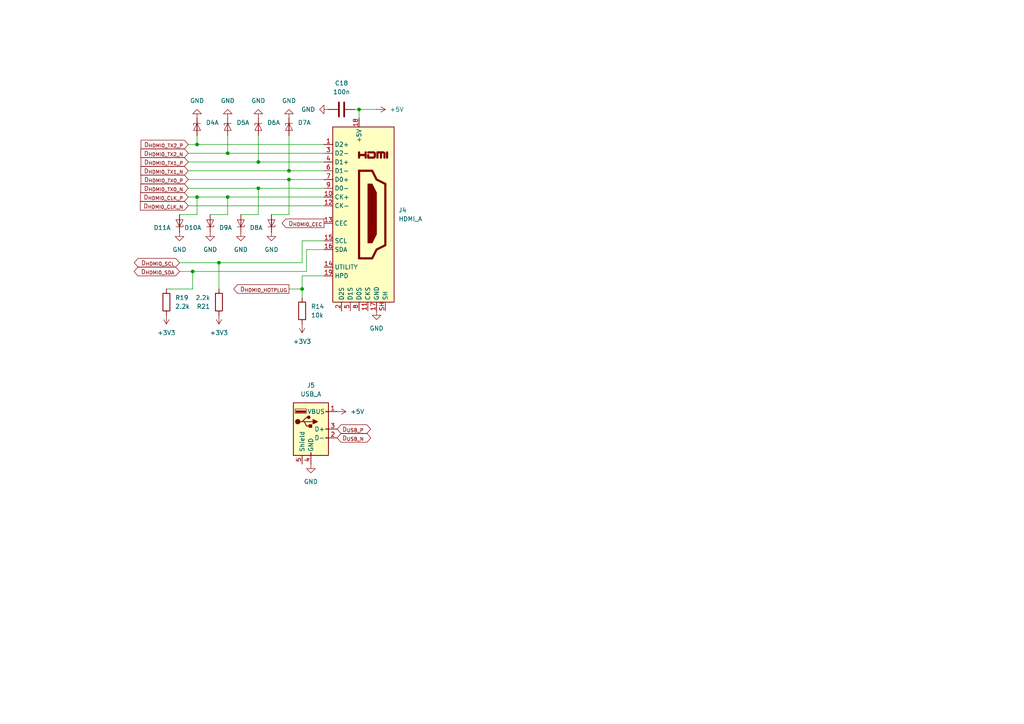
<source format=kicad_sch>
(kicad_sch (version 20231120) (generator "eeschema") (generator_version "8.0")
  (paper "A4")
  (lib_symbols
    (symbol "Connector:HDMI_A"
      (property "Reference" "J" (at -6.35 26.67 0))
      (property "Value" "HDMI_A" (at 10.16 26.67 0))
      (symbol "HDMI_A_0_0"
        (polyline (pts (xy 8.128 16.51) (xy 8.128 18.034)) (stroke (width 0.635)))
        (polyline (pts (xy 0 16.51) (xy 0 18.034) (xy 0 17.272) (xy 1.905 17.272) (xy 1.905 18.034) (xy 1.905 16.51)) (stroke (width 0.635)))
        (polyline (pts (xy 2.667 18.034) (xy 4.318 18.034) (xy 4.572 17.78) (xy 4.572 16.764) (xy 4.318 16.51) (xy 2.667 16.51) (xy 2.667 17.272)) (stroke (width 0.635)))
      )
      (symbol "HDMI_A_0_1"
        (rectangle (start -7.62 25.4) (end 10.16 -25.4) (stroke (width 0.254)) (fill (type background)))
        (polyline (pts (xy 2.54 8.89) (xy 3.81 8.89) (xy 5.08 6.35) (xy 5.08 -5.715) (xy 3.81 -8.255) (xy 2.54 -8.255) (xy 2.54 8.89)) (fill (type outline)))
        (polyline (pts (xy 5.334 16.51) (xy 5.334 18.034) (xy 6.35 18.034) (xy 6.35 16.51) (xy 6.35 18.034) (xy 7.112 18.034) (xy 7.366 17.78) (xy 7.366 16.51)) (stroke (width 0.635)))
        (polyline (pts (xy 0 12.7) (xy 0 -12.7) (xy 3.81 -12.7) (xy 5.08 -10.16) (xy 7.62 -8.89) (xy 7.62 8.89) (xy 5.08 10.16) (xy 3.81 12.7) (xy 0 12.7)) (stroke (width 0.635)))
      )
      (symbol "HDMI_A_1_1"
        (pin passive line (at -10.16 20.32 0) (length 2.54) (name "D2+") (number "1"))
        (pin passive line (at -10.16 5.08 0) (length 2.54) (name "CK+") (number "10"))
        (pin power_in line (at 2.54 -27.94 90) (length 2.54) (name "CKS") (number "11"))
        (pin passive line (at -10.16 2.54 0) (length 2.54) (name "CK-") (number "12"))
        (pin bidirectional line (at -10.16 -2.54 0) (length 2.54) (name "CEC") (number "13"))
        (pin passive line (at -10.16 -15.24 0) (length 2.54) (name "UTILITY") (number "14"))
        (pin passive line (at -10.16 -7.62 0) (length 2.54) (name "SCL") (number "15"))
        (pin bidirectional line (at -10.16 -10.16 0) (length 2.54) (name "SDA") (number "16"))
        (pin power_in line (at 5.08 -27.94 90) (length 2.54) (name "GND") (number "17"))
        (pin power_in line (at 0 27.94 270) (length 2.54) (name "+5V") (number "18"))
        (pin passive line (at -10.16 -17.78 0) (length 2.54) (name "HPD") (number "19"))
        (pin power_in line (at -5.08 -27.94 90) (length 2.54) (name "D2S") (number "2"))
        (pin passive line (at -10.16 17.78 0) (length 2.54) (name "D2-") (number "3"))
        (pin passive line (at -10.16 15.24 0) (length 2.54) (name "D1+") (number "4"))
        (pin power_in line (at -2.54 -27.94 90) (length 2.54) (name "D1S") (number "5"))
        (pin passive line (at -10.16 12.7 0) (length 2.54) (name "D1-") (number "6"))
        (pin passive line (at -10.16 10.16 0) (length 2.54) (name "D0+") (number "7"))
        (pin power_in line (at 0 -27.94 90) (length 2.54) (name "D0S") (number "8"))
        (pin passive line (at -10.16 7.62 0) (length 2.54) (name "D0-") (number "9"))
        (pin passive line (at 7.62 -27.94 90) (length 2.54) (name "SH") (number "SH"))
      )
    )
    (symbol "Connector:USB_A" (pin_names (offset 1.016))
      (property "Reference" "J" (at -5.08 11.43 0))
      (property "Value" "USB_A" (at -5.08 8.89 0))
      (symbol "USB_A_0_1"
        (rectangle (start -5.08 -7.62) (end 5.08 7.62) (stroke (width 0.254)) (fill (type background)))
        (circle (center -3.81 2.159) (radius 0.635) (stroke (width 0.254)) (fill (type outline)))
        (rectangle (start -1.524 4.826) (end -4.318 5.334) (fill (type outline)))
        (rectangle (start -1.27 4.572) (end -4.572 5.842))
        (circle (center -0.635 3.429) (radius 0.381) (stroke (width 0.254)) (fill (type outline)))
        (rectangle (start -0.127 -7.62) (end 0.127 -6.858))
        (polyline (pts (xy -3.175 2.159) (xy -2.54 2.159) (xy -1.27 3.429) (xy -0.635 3.429)) (stroke (width 0.254)))
        (polyline (pts (xy -2.54 2.159) (xy -1.905 2.159) (xy -1.27 0.889) (xy 0 0.889)) (stroke (width 0.254)))
        (polyline (pts (xy 0.635 2.794) (xy 0.635 1.524) (xy 1.905 2.159) (xy 0.635 2.794)) (stroke (width 0.254)) (fill (type outline)))
        (rectangle (start 0.254 1.27) (end -0.508 0.508) (stroke (width 0.254)) (fill (type outline)))
        (rectangle (start 5.08 -2.667) (end 4.318 -2.413))
        (rectangle (start 5.08 -0.127) (end 4.318 0.127))
        (rectangle (start 5.08 4.953) (end 4.318 5.207))
      )
      (symbol "USB_A_1_1"
        (polyline (pts (xy -1.905 2.159) (xy 0.635 2.159)) (stroke (width 0.254)))
        (pin power_in line (at 7.62 5.08 180) (length 2.54) (name "VBUS") (number "1"))
        (pin bidirectional line (at 7.62 -2.54 180) (length 2.54) (name "D-") (number "2"))
        (pin bidirectional line (at 7.62 0 180) (length 2.54) (name "D+") (number "3"))
        (pin power_in line (at 0 -10.16 90) (length 2.54) (name "GND") (number "4"))
        (pin passive line (at -2.54 -10.16 90) (length 2.54) (name "Shield") (number "5"))
      )
    )
    (symbol "Device:C" (pin_numbers hide) (pin_names (offset 0.254))
      (property "Reference" "C" (at 0.635 2.54 0))
      (property "Value" "C" (at 0.635 -2.54 0))
      (symbol "C_0_1"
        (polyline (pts (xy -2.032 -0.762) (xy 2.032 -0.762)) (stroke (width 0.508)))
        (polyline (pts (xy -2.032 0.762) (xy 2.032 0.762)) (stroke (width 0.508)))
      )
      (symbol "C_1_1"
        (pin passive line (at 0 3.81 270) (length 2.794) (name "~") (number "1"))
        (pin passive line (at 0 -3.81 90) (length 2.794) (name "~") (number "2"))
      )
    )
    (symbol "Device:R" (pin_numbers hide) (pin_names (offset 0))
      (property "Reference" "R" (at 2.032 0 90))
      (property "Value" "R" (at 0 0 90))
      (symbol "R_0_1"
        (rectangle (start -1.016 -2.54) (end 1.016 2.54) (stroke (width 0.254)))
      )
      (symbol "R_1_1"
        (pin passive line (at 0 3.81 270) (length 1.27) (name "~") (number "1"))
        (pin passive line (at 0 -3.81 90) (length 1.27) (name "~") (number "2"))
      )
    )
    (symbol "Power_Protection:PESD5V0L4UF" (pin_numbers hide) (pin_names hide)
      (property "Reference" "D" (at 0 2.54 0))
      (property "Value" "PESD5V0L4UF" (at 0 -2.54 0))
      (symbol "PESD5V0L4UF_0_1"
        (polyline (pts (xy -1.016 0) (xy 1.016 0)))
        (polyline (pts (xy -1.016 1.016) (xy -1.016 -1.016) (xy -0.508 -1.016)))
        (polyline (pts (xy 1.016 1.016) (xy -1.016 0) (xy 1.016 -1.016) (xy 1.016 1.016)))
      )
      (symbol "PESD5V0L4UF_1_1"
        (pin passive line (at -2.54 0 0) (length 2.54) (name "K1") (number "1"))
        (pin passive line (at 2.54 0 180) (length 2.54) (name "A") (number "2"))
        (pin passive line (at 2.54 0 180) (length 2.54) hide (name "A") (number "5"))
      )
      (symbol "PESD5V0L4UF_2_1"
        (pin passive line (at -2.54 0 0) (length 2.54) (name "K2") (number "3"))
      )
      (symbol "PESD5V0L4UF_3_1"
        (pin passive line (at -2.54 0 0) (length 2.54) (name "K3") (number "4"))
      )
      (symbol "PESD5V0L4UF_4_1"
        (pin passive line (at -2.54 0 0) (length 2.54) (name "K4") (number "6"))
      )
    )
    (symbol "power:+3V3" (power) (pin_numbers hide) (pin_names (offset 0) hide)
      (property "Value" "+3V3" (at 0 3.556 0))
      (symbol "+3V3_0_1"
        (polyline (pts (xy -0.762 1.27) (xy 0 2.54)))
        (polyline (pts (xy 0 0) (xy 0 2.54)))
        (polyline (pts (xy 0 2.54) (xy 0.762 1.27)))
      )
      (symbol "+3V3_1_1"
        (pin power_in line (at 0 0 90) (length 0) (name "~") (number "1"))
      )
    )
    (symbol "power:+5V" (power) (pin_numbers hide) (pin_names (offset 0) hide)
      (property "Value" "+5V" (at 0 3.556 0))
      (symbol "+5V_0_1"
        (polyline (pts (xy -0.762 1.27) (xy 0 2.54)))
        (polyline (pts (xy 0 0) (xy 0 2.54)))
        (polyline (pts (xy 0 2.54) (xy 0.762 1.27)))
      )
      (symbol "+5V_1_1"
        (pin power_in line (at 0 0 90) (length 0) (name "~") (number "1"))
      )
    )
    (symbol "power:GND" (power) (pin_numbers hide) (pin_names (offset 0) hide)
      (property "Value" "GND" (at 0 -3.81 0))
      (symbol "GND_0_1"
        (polyline (pts (xy 0 0) (xy 0 -1.27) (xy 1.27 -1.27) (xy 0 -2.54) (xy -1.27 -1.27) (xy 0 -1.27)))
      )
      (symbol "GND_1_1"
        (pin power_in line (at 0 0 270) (length 0) (name "~") (number "1"))
      )
    )
  )
  (junction (at 66.04 57.15))
  (junction (at 83.82 49.53))
  (junction (at 66.04 44.45))
  (junction (at 55.88 78.74))
  (junction (at 74.93 54.61))
  (junction (at 83.82 52.07))
  (junction (at 57.15 57.15))
  (junction (at 87.63 83.82))
  (junction (at 74.93 46.99))
  (junction (at 57.15 41.91))
  (junction (at 104.14 31.75))
  (junction (at 63.5 76.2))
  (wire (pts (xy 52.07 78.74) (xy 55.88 78.74)))
  (wire (pts (xy 54.61 41.91) (xy 57.15 41.91)))
  (wire (pts (xy 83.82 49.53) (xy 93.98 49.53)))
  (wire (pts (xy 83.82 83.82) (xy 87.63 83.82)))
  (wire (pts (xy 104.14 34.29) (xy 104.14 31.75)))
  (wire (pts (xy 74.93 46.99) (xy 93.98 46.99)))
  (wire (pts (xy 57.15 57.15) (xy 66.04 57.15)))
  (wire (pts (xy 54.61 49.53) (xy 83.82 49.53)))
  (wire (pts (xy 54.61 57.15) (xy 57.15 57.15)))
  (wire (pts (xy 63.5 76.2) (xy 63.5 83.82)))
  (wire (pts (xy 104.14 31.75) (xy 109.22 31.75)))
  (wire (pts (xy 63.5 76.2) (xy 87.63 76.2)))
  (wire (pts (xy 87.63 76.2) (xy 87.63 69.85)))
  (wire (pts (xy 66.04 62.23) (xy 60.96 62.23)))
  (wire (pts (xy 52.07 76.2) (xy 63.5 76.2)))
  (wire (pts (xy 74.93 62.23) (xy 69.85 62.23)))
  (wire (pts (xy 55.88 83.82) (xy 55.88 78.74)))
  (wire (pts (xy 83.82 39.37) (xy 83.82 49.53)))
  (wire (pts (xy 57.15 57.15) (xy 57.15 62.23)))
  (wire (pts (xy 87.63 69.85) (xy 93.98 69.85)))
  (wire (pts (xy 87.63 80.01) (xy 93.98 80.01)))
  (wire (pts (xy 87.63 83.82) (xy 87.63 86.36)))
  (wire (pts (xy 57.15 41.91) (xy 93.98 41.91)))
  (wire (pts (xy 57.15 62.23) (xy 52.07 62.23)))
  (wire (pts (xy 83.82 52.07) (xy 93.98 52.07)))
  (wire (pts (xy 54.61 54.61) (xy 74.93 54.61)))
  (wire (pts (xy 74.93 39.37) (xy 74.93 46.99)))
  (wire (pts (xy 66.04 57.15) (xy 66.04 62.23)))
  (wire (pts (xy 87.63 80.01) (xy 87.63 83.82)))
  (wire (pts (xy 74.93 54.61) (xy 74.93 62.23)))
  (wire (pts (xy 88.9 72.39) (xy 93.98 72.39)))
  (wire (pts (xy 102.87 31.75) (xy 104.14 31.75)))
  (wire (pts (xy 54.61 44.45) (xy 66.04 44.45)))
  (wire (pts (xy 66.04 44.45) (xy 93.98 44.45)))
  (wire (pts (xy 48.26 83.82) (xy 55.88 83.82)))
  (wire (pts (xy 55.88 78.74) (xy 88.9 78.74)))
  (wire (pts (xy 83.82 62.23) (xy 78.74 62.23)))
  (wire (pts (xy 88.9 78.74) (xy 88.9 72.39)))
  (wire (pts (xy 54.61 52.07) (xy 83.82 52.07)))
  (wire (pts (xy 83.82 52.07) (xy 83.82 62.23)))
  (wire (pts (xy 66.04 39.37) (xy 66.04 44.45)))
  (wire (pts (xy 66.04 57.15) (xy 93.98 57.15)))
  (wire (pts (xy 57.15 39.37) (xy 57.15 41.91)))
  (wire (pts (xy 54.61 46.99) (xy 74.93 46.99)))
  (wire (pts (xy 74.93 54.61) (xy 93.98 54.61)))
  (wire (pts (xy 54.61 59.69) (xy 93.98 59.69)))
  (global_label "D_{HDMI0_TX0_P}" (shape input) (at 54.61 52.07 180) (property "Intersheetrefs" "${INTERSHEET_REFS}" (effects (hide yes))))
  (global_label "D_{HDMI0_TX2_P}" (shape input) (at 54.61 41.91 180) (property "Intersheetrefs" "${INTERSHEET_REFS}" (effects (hide yes))))
  (global_label "D_{HDMI0_CLK_P}" (shape input) (at 54.61 57.15 180) (property "Intersheetrefs" "${INTERSHEET_REFS}" (effects (hide yes))))
  (global_label "D_{USB_P}" (shape bidirectional) (at 97.79 124.46 0) (property "Intersheetrefs" "${INTERSHEET_REFS}" (effects (hide yes))))
  (global_label "D_{HDMI0_TX1_N}" (shape input) (at 54.61 49.53 180) (property "Intersheetrefs" "${INTERSHEET_REFS}" (effects (hide yes))))
  (global_label "D_{USB_N}" (shape bidirectional) (at 97.79 127 0) (property "Intersheetrefs" "${INTERSHEET_REFS}" (effects (hide yes))))
  (global_label "D_{HDMI0_CLK_N}" (shape input) (at 54.61 59.69 180) (property "Intersheetrefs" "${INTERSHEET_REFS}" (effects (hide yes))))
  (global_label "D_{HDMI0_TX0_N}" (shape input) (at 54.61 54.61 180) (property "Intersheetrefs" "${INTERSHEET_REFS}" (effects (hide yes))))
  (global_label "D_{HDMI0_TX1_P}" (shape input) (at 54.61 46.99 180) (property "Intersheetrefs" "${INTERSHEET_REFS}" (effects (hide yes))))
  (global_label "D_{HDMI0_CEC}" (shape output) (at 93.98 64.77 180) (property "Intersheetrefs" "${INTERSHEET_REFS}" (effects (hide yes))))
  (global_label "D_{HDMI0_SCL}" (shape bidirectional) (at 52.07 76.2 180) (property "Intersheetrefs" "${INTERSHEET_REFS}" (effects (hide yes))))
  (global_label "D_{HDMI0_SDA}" (shape bidirectional) (at 52.07 78.74 180) (property "Intersheetrefs" "${INTERSHEET_REFS}" (effects (hide yes))))
  (global_label "D_{HDMI0_HOTPLUG}" (shape output) (at 83.82 83.82 180) (property "Intersheetrefs" "${INTERSHEET_REFS}" (effects (hide yes))))
  (global_label "D_{HDMI0_TX2_N}" (shape input) (at 54.61 44.45 180) (property "Intersheetrefs" "${INTERSHEET_REFS}" (effects (hide yes))))
  (symbol (lib_id "power:+5V") (at 97.79 119.38 270) (unit 1)
    (property "Reference" "#PWR076" (effects (hide yes)))
    (property "Value" "+5V" (at 101.6 119.3799 90) (effects (justify left)))
    (property "Description" "Power symbol creates a global label with name \"+5V\"" (effects (hide yes)))
  )
  (symbol (lib_id "power:GND") (at 90.17 134.62 0) (unit 1)
    (property "Reference" "#PWR075" (effects (hide yes)))
    (property "Value" "GND" (at 90.17 139.7 0))
    (property "Description" "Power symbol creates a global label with name \"GND\" , ground" (effects (hide yes)))
  )
  (symbol (lib_id "Power_Protection:PESD5V0L4UF") (at 52.07 64.77 90) (unit 1)
    (property "Reference" "D11" (at 49.53 66.0401 90) (effects (justify left)))
    (property "Value" "PESD5V0L4UF" (effects (hide yes)))
    (property "Footprint" "Package_TO_SOT_SMD:SOT-886" (effects (hide yes)))
    (property "Datasheet" "https://assets.nexperia.com/documents/data-sheet/PESDXL4UF_G_W.pdf" (effects (hide yes)))
    (property "Description" "Low capacitance unidirectional quadruple ESD protection diode array, 5.0V, Common Anode, SOT-886" (effects (hide yes)))
  )
  (symbol (lib_id "Device:R") (at 48.26 87.63 0) (unit 1)
    (property "Reference" "R19" (at 50.8 86.3599 0) (effects (justify left)))
    (property "Value" "2.2k" (at 50.8 88.8999 0) (effects (justify left)))
    (property "Description" "Resistor" (effects (hide yes)))
  )
  (symbol (lib_id "power:+5V") (at 109.22 31.75 270) (unit 1)
    (property "Reference" "#PWR062" (effects (hide yes)))
    (property "Value" "+5V" (at 113.03 31.7499 90) (effects (justify left)))
    (property "Description" "Power symbol creates a global label with name \"+5V\"" (effects (hide yes)))
  )
  (symbol (lib_id "power:GND") (at 95.25 31.75 270) (unit 1)
    (property "Reference" "#PWR063" (effects (hide yes)))
    (property "Value" "GND" (at 91.44 31.7499 90) (effects (justify right)))
    (property "Description" "Power symbol creates a global label with name \"GND\" , ground" (effects (hide yes)))
  )
  (symbol (lib_id "Device:R") (at 63.5 87.63 0) (unit 1)
    (property "Reference" "R21" (at 60.96 88.9001 0) (effects (justify right)))
    (property "Value" "2.2k" (at 60.96 86.3601 0) (effects (justify right)))
    (property "Description" "Resistor" (effects (hide yes)))
  )
  (symbol (lib_id "Connector:HDMI_A") (at 104.14 62.23 0) (unit 1)
    (property "Reference" "J4" (at 115.57 60.9599 0) (effects (justify left)))
    (property "Value" "HDMI_A" (at 115.57 63.4999 0) (effects (justify left)))
    (property "Datasheet" "https://en.wikipedia.org/wiki/HDMI" (effects (hide yes)))
    (property "Description" "HDMI type A connector" (effects (hide yes)))
  )
  (symbol (lib_id "Power_Protection:PESD5V0L4UF") (at 69.85 64.77 90) (unit 1)
    (property "Reference" "D9" (at 67.31 66.0401 90) (effects (justify left)))
    (property "Value" "PESD5V0L4UF" (effects (hide yes)))
    (property "Footprint" "Package_TO_SOT_SMD:SOT-886" (effects (hide yes)))
    (property "Datasheet" "https://assets.nexperia.com/documents/data-sheet/PESDXL4UF_G_W.pdf" (effects (hide yes)))
    (property "Description" "Low capacitance unidirectional quadruple ESD protection diode array, 5.0V, Common Anode, SOT-886" (effects (hide yes)))
  )
  (symbol (lib_id "Connector:USB_A") (at 90.17 124.46 0) (unit 1)
    (property "Reference" "J5" (at 90.17 111.76 0))
    (property "Value" "USB_A" (at 90.17 114.3 0))
    (property "Description" "USB Type A connector" (effects (hide yes)))
  )
  (symbol (lib_id "Power_Protection:PESD5V0L4UF") (at 78.74 64.77 90) (unit 1)
    (property "Reference" "D8" (at 76.2 66.0401 90) (effects (justify left)))
    (property "Value" "PESD5V0L4UF" (effects (hide yes)))
    (property "Footprint" "Package_TO_SOT_SMD:SOT-886" (effects (hide yes)))
    (property "Datasheet" "https://assets.nexperia.com/documents/data-sheet/PESDXL4UF_G_W.pdf" (effects (hide yes)))
    (property "Description" "Low capacitance unidirectional quadruple ESD protection diode array, 5.0V, Common Anode, SOT-886" (effects (hide yes)))
  )
  (symbol (lib_id "Power_Protection:PESD5V0L4UF") (at 66.04 36.83 270) (unit 1)
    (property "Reference" "D5" (at 68.58 35.5599 90) (effects (justify left)))
    (property "Value" "PESD5V0L4UF" (effects (hide yes)))
    (property "Footprint" "Package_TO_SOT_SMD:SOT-886" (effects (hide yes)))
    (property "Datasheet" "https://assets.nexperia.com/documents/data-sheet/PESDXL4UF_G_W.pdf" (effects (hide yes)))
    (property "Description" "Low capacitance unidirectional quadruple ESD protection diode array, 5.0V, Common Anode, SOT-886" (effects (hide yes)))
  )
  (symbol (lib_id "power:+3V3") (at 48.26 91.44 180) (unit 1)
    (property "Reference" "#PWR065" (effects (hide yes)))
    (property "Value" "+3V3" (at 48.26 96.52 0))
    (property "Description" "Power symbol creates a global label with name \"+3V3\"" (effects (hide yes)))
  )
  (symbol (lib_id "Device:C") (at 99.06 31.75 90) (unit 1)
    (property "Reference" "C18" (at 99.06 24.13 90))
    (property "Value" "100n" (at 99.06 26.67 90))
    (property "Description" "Unpolarized capacitor" (effects (hide yes)))
  )
  (symbol (lib_id "power:GND") (at 60.96 67.31 0) (unit 1)
    (property "Reference" "#PWR073" (effects (hide yes)))
    (property "Value" "GND" (at 60.96 72.39 0))
    (property "Description" "Power symbol creates a global label with name \"GND\" , ground" (effects (hide yes)))
  )
  (symbol (lib_id "Power_Protection:PESD5V0L4UF") (at 74.93 36.83 270) (unit 1)
    (property "Reference" "D6" (at 77.47 35.5599 90) (effects (justify left)))
    (property "Value" "PESD5V0L4UF" (effects (hide yes)))
    (property "Footprint" "Package_TO_SOT_SMD:SOT-886" (effects (hide yes)))
    (property "Datasheet" "https://assets.nexperia.com/documents/data-sheet/PESDXL4UF_G_W.pdf" (effects (hide yes)))
    (property "Description" "Low capacitance unidirectional quadruple ESD protection diode array, 5.0V, Common Anode, SOT-886" (effects (hide yes)))
  )
  (symbol (lib_id "Power_Protection:PESD5V0L4UF") (at 83.82 36.83 270) (unit 1)
    (property "Reference" "D7" (at 86.36 35.5599 90) (effects (justify left)))
    (property "Value" "PESD5V0L4UF" (effects (hide yes)))
    (property "Footprint" "Package_TO_SOT_SMD:SOT-886" (effects (hide yes)))
    (property "Datasheet" "https://assets.nexperia.com/documents/data-sheet/PESDXL4UF_G_W.pdf" (effects (hide yes)))
    (property "Description" "Low capacitance unidirectional quadruple ESD protection diode array, 5.0V, Common Anode, SOT-886" (effects (hide yes)))
  )
  (symbol (lib_id "power:GND") (at 69.85 67.31 0) (unit 1)
    (property "Reference" "#PWR072" (effects (hide yes)))
    (property "Value" "GND" (at 69.85 72.39 0))
    (property "Description" "Power symbol creates a global label with name \"GND\" , ground" (effects (hide yes)))
  )
  (symbol (lib_id "power:GND") (at 66.04 34.29 180) (unit 1)
    (property "Reference" "#PWR068" (effects (hide yes)))
    (property "Value" "GND" (at 66.04 29.21 0))
    (property "Description" "Power symbol creates a global label with name \"GND\" , ground" (effects (hide yes)))
  )
  (symbol (lib_id "power:GND") (at 74.93 34.29 180) (unit 1)
    (property "Reference" "#PWR069" (effects (hide yes)))
    (property "Value" "GND" (at 74.93 29.21 0))
    (property "Description" "Power symbol creates a global label with name \"GND\" , ground" (effects (hide yes)))
  )
  (symbol (lib_id "power:GND") (at 83.82 34.29 180) (unit 1)
    (property "Reference" "#PWR070" (effects (hide yes)))
    (property "Value" "GND" (at 83.82 29.21 0))
    (property "Description" "Power symbol creates a global label with name \"GND\" , ground" (effects (hide yes)))
  )
  (symbol (lib_id "power:+3V3") (at 63.5 91.44 180) (unit 1)
    (property "Reference" "#PWR066" (effects (hide yes)))
    (property "Value" "+3V3" (at 63.5 96.52 0))
    (property "Description" "Power symbol creates a global label with name \"+3V3\"" (effects (hide yes)))
  )
  (symbol (lib_id "power:GND") (at 57.15 34.29 180) (unit 1)
    (property "Reference" "#PWR067" (effects (hide yes)))
    (property "Value" "GND" (at 57.15 29.21 0))
    (property "Description" "Power symbol creates a global label with name \"GND\" , ground" (effects (hide yes)))
  )
  (symbol (lib_id "power:GND") (at 109.22 90.17 0) (unit 1)
    (property "Reference" "#PWR077" (effects (hide yes)))
    (property "Value" "GND" (at 109.22 95.25 0))
    (property "Description" "Power symbol creates a global label with name \"GND\" , ground" (effects (hide yes)))
  )
  (symbol (lib_id "Power_Protection:PESD5V0L4UF") (at 57.15 36.83 270) (unit 1)
    (property "Reference" "D4" (at 59.69 35.5599 90) (effects (justify left)))
    (property "Value" "PESD5V0L4UF" (effects (hide yes)))
    (property "Footprint" "Package_TO_SOT_SMD:SOT-886" (effects (hide yes)))
    (property "Datasheet" "https://assets.nexperia.com/documents/data-sheet/PESDXL4UF_G_W.pdf" (effects (hide yes)))
    (property "Description" "Low capacitance unidirectional quadruple ESD protection diode array, 5.0V, Common Anode, SOT-886" (effects (hide yes)))
  )
  (symbol (lib_id "Device:R") (at 87.63 90.17 0) (unit 1)
    (property "Reference" "R14" (at 90.17 88.8999 0) (effects (justify left)))
    (property "Value" "10k" (at 90.17 91.4399 0) (effects (justify left)))
    (property "Description" "Resistor" (effects (hide yes)))
  )
  (symbol (lib_id "power:+3V3") (at 87.63 93.98 180) (unit 1)
    (property "Reference" "#PWR064" (effects (hide yes)))
    (property "Value" "+3V3" (at 87.63 99.06 0))
    (property "Description" "Power symbol creates a global label with name \"+3V3\"" (effects (hide yes)))
  )
  (symbol (lib_id "power:GND") (at 78.74 67.31 0) (unit 1)
    (property "Reference" "#PWR071" (effects (hide yes)))
    (property "Value" "GND" (at 78.74 72.39 0))
    (property "Description" "Power symbol creates a global label with name \"GND\" , ground" (effects (hide yes)))
  )
  (symbol (lib_id "power:GND") (at 52.07 67.31 0) (unit 1)
    (property "Reference" "#PWR074" (effects (hide yes)))
    (property "Value" "GND" (at 52.07 72.39 0))
    (property "Description" "Power symbol creates a global label with name \"GND\" , ground" (effects (hide yes)))
  )
  (symbol (lib_id "Power_Protection:PESD5V0L4UF") (at 60.96 64.77 90) (unit 1)
    (property "Reference" "D10" (at 58.42 66.0401 90) (effects (justify left)))
    (property "Value" "PESD5V0L4UF" (effects (hide yes)))
    (property "Footprint" "Package_TO_SOT_SMD:SOT-886" (effects (hide yes)))
    (property "Datasheet" "https://assets.nexperia.com/documents/data-sheet/PESDXL4UF_G_W.pdf" (effects (hide yes)))
    (property "Description" "Low capacitance unidirectional quadruple ESD protection diode array, 5.0V, Common Anode, SOT-886" (effects (hide yes)))
  )
)
</source>
